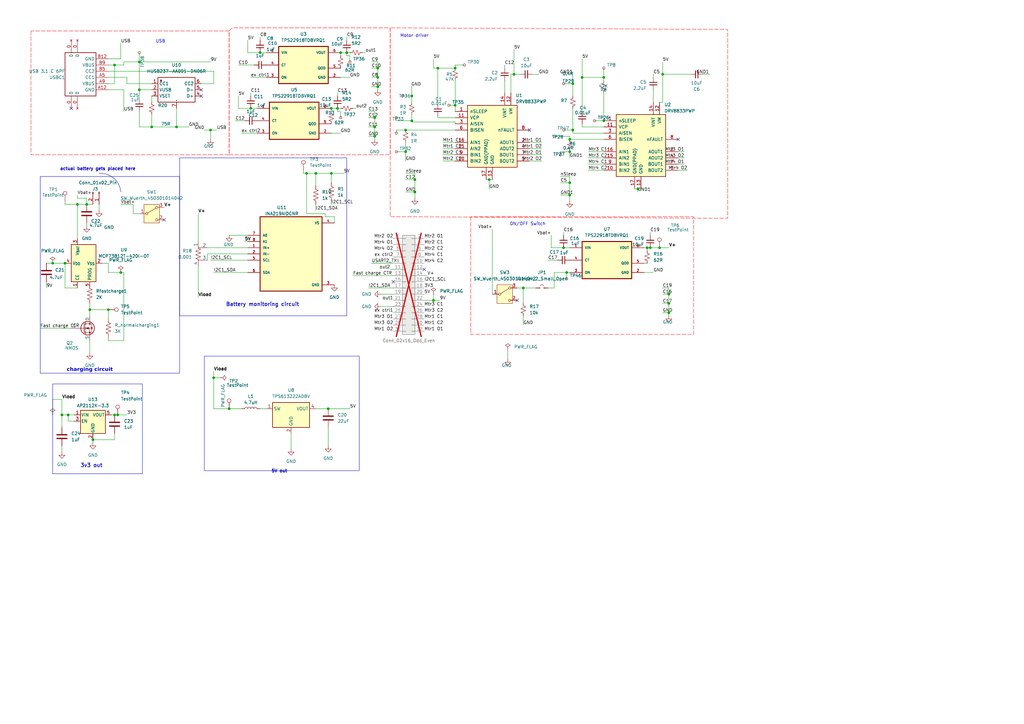
<source format=kicad_sch>
(kicad_sch (version 20250114) (generator "eeschema") (generator_version "9.0")
  (paper "A3")
  (title_block (title "EEE3088F Project Design Power module") (date "2025-03-19") (rev "V0.0") (company "University of Cape Town"))
  (rectangle (start 16.51 72.39) (end 73.66 153.0351))
  (rectangle (start 83.82 146.05) (end 147.32 193.04))
  (arc (start 40.64 71.12) (mid 46.6632 73.0888) (end 49.53 78.74))
  (rectangle (start 21.59 157.48) (end 58.42 194.31))
  (rectangle (start 73.66 64.77) (end 142.24 129.54))
  (text "Motor driver\n\n" (at 164.084 17.526 0) (effects (font (size 1.27 1.27)) (justify left bottom)))
  (text "actual battery gets placed here\n" (at 40.132 69.342 0) (effects (font (size 1.27 1.27) (thickness 0.254) (bold yes))))
  (text "5V out\n" (at 114.554 193.294 0) (effects (font (size 1.27 1.27) (thickness 0.254) (bold yes))))
  (text "ON/OFF Switch\n" (at 216.408 91.948 0) (effects (font (size 1.27 1.27))))
  (text "3v3 out " (at 38.1 191.008 0) (effects (font (size 1.524 1.524) (thickness 0.254) (bold yes))))
  (text "USB\n" (at 65.786 17.018 0) (effects (font (size 1.27 1.27))))
  (text "charging circuit" (at 36.83 152.146 0) (effects (font (size 1.524 1.524) (bold yes))))
  (text "Battery monitoring circuit" (at 107.696 124.968 0) (effects (font (size 1.524 1.524) (thickness 0.254) (bold yes))))
  (junction (at 186.69 43.18))
  (junction (at 86.36 53.34))
  (junction (at 31.75 83.82))
  (junction (at 49.53 111.76))
  (junction (at 233.68 62.23))
  (junction (at 153.67 48.26))
  (junction (at 170.18 78.74))
  (junction (at 134.62 167.64))
  (junction (at 168.91 49.53))
  (junction (at 274.32 120.65))
  (junction (at 153.67 52.07))
  (junction (at 27.94 170.18))
  (junction (at 87.63 154.94))
  (junction (at 177.8 123.19))
  (junction (at 135.89 71.12))
  (junction (at 26.67 107.95))
  (junction (at 200.66 73.66))
  (junction (at 46.99 26.67))
  (junction (at 125.73 71.12))
  (junction (at 265.43 101.6))
  (junction (at 153.67 55.88))
  (junction (at 238.76 31.75))
  (junction (at 214.63 118.11))
  (junction (at 21.59 107.95))
  (junction (at 186.69 27.94))
  (junction (at 129.54 71.12))
  (junction (at 102.87 44.45))
  (junction (at 154.94 35.56))
  (junction (at 261.62 77.47))
  (junction (at 25.4 170.18))
  (junction (at 233.68 57.15))
  (junction (at 106.68 21.59))
  (junction (at 142.24 21.59))
  (junction (at 138.43 44.45))
  (junction (at 247.65 31.75))
  (junction (at 48.26 170.18))
  (junction (at 234.95 34.29))
  (junction (at 135.89 44.45))
  (junction (at 270.51 101.6))
  (junction (at 234.95 53.34))
  (junction (at 139.7 21.59))
  (junction (at 274.32 128.27))
  (junction (at 154.94 27.94))
  (junction (at 166.37 62.23))
  (junction (at 154.94 31.75))
  (junction (at 170.18 73.66))
  (junction (at 274.32 124.46))
  (junction (at 38.1 180.34))
  (junction (at 35.56 83.82))
  (junction (at 44.45 127))
  (junction (at 57.15 36.83))
  (junction (at 57.15 25.4))
  (junction (at 233.68 80.01))
  (junction (at 232.41 111.76))
  (junction (at 231.14 101.6))
  (junction (at 36.83 127))
  (junction (at 166.37 53.34))
  (junction (at 233.68 74.93))
  (junction (at 179.578 27.94))
  (junction (at 168.91 39.37))
  (junction (at 93.98 167.64))
  (junction (at 247.65 49.53))
  (junction (at 62.23 52.07))
  (junction (at 46.99 170.18))
  (junction (at 266.7 101.6))
  (junction (at 271.78 30.48))
  (junction (at 72.39 52.07))
  (junction (at 210.82 30.48))
  (no_connect (at 82.55 39.37))
  (no_connect (at 161.29 115.57))
  (no_connect (at 29.21 44.45))
  (no_connect (at 212.09 123.19))
  (no_connect (at 173.99 110.49))
  (no_connect (at 278.13 57.15))
  (no_connect (at 67.31 90.17))
  (no_connect (at 217.17 53.34))
  (no_connect (at 82.55 36.83))
  (wire (pts (xy 106.68 21.59) (xy 109.22 21.59)))
  (wire (pts (xy 162.56 62.23) (xy 166.37 62.23)))
  (wire (pts (xy 96.52 49.53) (xy 100.33 49.53)))
  (wire (pts (xy 52.07 34.29) (xy 62.23 34.29)))
  (wire (pts (xy 166.37 58.42) (xy 166.37 62.23)))
  (wire (pts (xy 160.02 110.49) (xy 161.29 110.49)))
  (wire (pts (xy 217.17 60.96) (xy 222.25 60.96)))
  (wire (pts (xy 186.69 33.02) (xy 186.69 43.18)))
  (wire (pts (xy 129.54 167.64) (xy 134.62 167.64)))
  (wire (pts (xy 137.16 88.9) (xy 137.16 91.44)))
  (wire (pts (xy 278.13 67.31) (xy 280.67 67.31)))
  (wire (pts (xy 170.18 73.66) (xy 170.18 78.74)))
  (wire (pts (xy 19.05 107.95) (xy 21.59 107.95)))
  (wire (pts (xy 267.97 36.83) (xy 267.97 41.91)))
  (wire (pts (xy 152.4 107.95) (xy 161.29 107.95)))
  (wire (pts (xy 238.76 52.07) (xy 247.65 52.07)))
  (wire (pts (xy 57.15 25.4) (xy 86.36 25.4)))
  (wire (pts (xy 50.8 36.83) (xy 50.8 45.72)))
  (wire (pts (xy 101.6 99.06) (xy 100.33 99.06)))
  (wire (pts (xy 181.61 60.96) (xy 186.69 60.96)))
  (wire (pts (xy 36.83 127) (xy 36.83 129.54)))
  (wire (pts (xy 229.87 74.93) (xy 233.68 74.93)))
  (wire (pts (xy 142.24 15.24) (xy 142.24 16.51)))
  (wire (pts (xy 50.8 111.76) (xy 50.8 139.7)))
  (wire (pts (xy 44.45 111.76) (xy 49.53 111.76)))
  (wire (pts (xy 233.68 74.93) (xy 233.68 80.01)))
  (wire (pts (xy 234.95 30.48) (xy 234.95 34.29)))
  (wire (pts (xy 201.93 93.98) (xy 201.93 120.65)))
  (wire (pts (xy 212.09 118.11) (xy 214.63 118.11)))
  (wire (pts (xy 162.56 54.61) (xy 162.56 53.34)))
  (wire (pts (xy 124.46 71.12) (xy 125.73 71.12)))
  (wire (pts (xy 25.4 170.18) (xy 27.94 170.18)))
  (wire (pts (xy 93.98 167.64) (xy 99.06 167.64)))
  (wire (pts (xy 44.45 111.76) (xy 44.45 107.95)))
  (wire (pts (xy 129.54 76.2) (xy 129.54 71.12)))
  (wire (pts (xy 180.34 123.19) (xy 177.8 123.19)))
  (wire (pts (xy 135.89 54.61) (xy 139.7 54.61)))
  (wire (pts (xy 154.94 27.94) (xy 154.94 25.4)))
  (wire (pts (xy 179.578 27.94) (xy 179.578 42.672)))
  (wire (pts (xy 247.65 33.02) (xy 247.65 31.75)))
  (wire (pts (xy 46.99 177.8) (xy 46.99 180.34)))
  (wire (pts (xy 135.89 82.55) (xy 135.89 83.82)))
  (wire (pts (xy 40.64 83.82) (xy 40.64 86.36)))
  (wire (pts (xy 93.98 96.52) (xy 101.6 96.52)))
  (wire (pts (xy 233.68 62.23) (xy 233.68 64.77)))
  (wire (pts (xy 201.93 73.66) (xy 200.66 73.66)))
  (wire (pts (xy 31.75 81.28) (xy 35.56 81.28)))
  (wire (pts (xy 162.56 49.53) (xy 162.56 48.26)))
  (wire (pts (xy 226.06 101.6) (xy 231.14 101.6)))
  (wire (pts (xy 209.55 30.48) (xy 210.82 30.48)))
  (wire (pts (xy 25.4 163.83) (xy 25.4 170.18)))
  (wire (pts (xy 214.63 129.54) (xy 214.63 133.35)))
  (wire (pts (xy 133.35 88.9) (xy 137.16 88.9)))
  (wire (pts (xy 87.63 29.21) (xy 87.63 34.29)))
  (wire (pts (xy 62.23 36.83) (xy 57.15 36.83)))
  (wire (pts (xy 247.65 54.61) (xy 234.95 54.61)))
  (wire (pts (xy 36.83 118.11) (xy 36.83 116.84)))
  (wire (pts (xy 138.43 44.45) (xy 139.7 44.45)))
  (wire (pts (xy 265.43 101.6) (xy 266.7 101.6)))
  (wire (pts (xy 261.62 77.47) (xy 261.62 78.74)))
  (wire (pts (xy 168.91 39.37) (xy 168.91 41.91)))
  (wire (pts (xy 85.09 104.14) (xy 101.6 104.14)))
  (wire (pts (xy 152.4 25.4) (xy 154.94 25.4)))
  (wire (pts (xy 86.36 53.34) (xy 88.9 53.34)))
  (wire (pts (xy 57.15 21.59) (xy 57.15 25.4)))
  (wire (pts (xy 72.39 52.07) (xy 77.47 52.07)))
  (wire (pts (xy 243.84 49.53) (xy 247.65 49.53)))
  (wire (pts (xy 106.68 15.24) (xy 106.68 16.51)))
  (wire (pts (xy 271.78 120.65) (xy 274.32 120.65)))
  (wire (pts (xy 153.67 52.07) (xy 153.67 48.26)))
  (wire (pts (xy 139.7 22.86) (xy 139.7 21.59)))
  (wire (pts (xy 30.48 172.72) (xy 27.94 172.72)))
  (wire (pts (xy 238.76 24.13) (xy 238.76 31.75)))
  (wire (pts (xy 25.4 182.88) (xy 25.4 185.42)))
  (wire (pts (xy 168.91 46.99) (xy 168.91 49.53)))
  (wire (pts (xy 232.41 111.76) (xy 232.41 114.3)))
  (wire (pts (xy 234.95 54.61) (xy 234.95 53.34)))
  (wire (pts (xy 154.94 31.75) (xy 154.94 35.56)))
  (wire (pts (xy 232.41 111.76) (xy 233.68 111.76)))
  (wire (pts (xy 162.56 53.34) (xy 166.37 53.34)))
  (wire (pts (xy 57.15 52.07) (xy 62.23 52.07)))
  (wire (pts (xy 81.28 109.22) (xy 81.28 121.92)))
  (wire (pts (xy 184.15 43.18) (xy 186.69 43.18)))
  (wire (pts (xy 144.78 113.03) (xy 161.29 113.03)))
  (wire (pts (xy 125.73 71.12) (xy 129.54 71.12)))
  (wire (pts (xy 214.63 118.11) (xy 214.63 124.46)))
  (wire (pts (xy 229.87 72.39) (xy 233.68 72.39)))
  (wire (pts (xy 143.51 25.4) (xy 143.51 22.86)))
  (wire (pts (xy 207.01 38.1) (xy 207.01 33.02)))
  (wire (pts (xy 274.32 120.65) (xy 274.32 118.11)))
  (wire (pts (xy 31.75 80.01) (xy 31.75 81.28)))
  (wire (pts (xy 166.37 62.23) (xy 166.37 66.04)))
  (wire (pts (xy 274.32 129.54) (xy 274.32 128.27)))
  (wire (pts (xy 27.94 170.18) (xy 30.48 170.18)))
  (wire (pts (xy 266.7 95.25) (xy 266.7 96.52)))
  (wire (pts (xy 210.82 30.48) (xy 213.36 30.48)))
  (wire (pts (xy 278.13 64.77) (xy 280.67 64.77)))
  (wire (pts (xy 133.35 88.9) (xy 133.35 87.63)))
  (wire (pts (xy 101.6 21.59) (xy 106.68 21.59)))
  (wire (pts (xy 139.7 48.26) (xy 139.7 45.72)))
  (wire (pts (xy 62.23 52.07) (xy 62.23 46.99)))
  (wire (pts (xy 179.578 48.26) (xy 186.69 48.26)))
  (wire (pts (xy 87.63 111.76) (xy 101.6 111.76)))
  (wire (pts (xy 247.65 38.1) (xy 247.65 49.53)))
  (wire (pts (xy 177.8 24.13) (xy 177.8 27.94)))
  (wire (pts (xy 52.07 31.75) (xy 52.07 34.29)))
  (wire (pts (xy 181.61 66.04) (xy 186.69 66.04)))
  (wire (pts (xy 241.3 62.23) (xy 247.65 62.23)))
  (wire (pts (xy 233.68 74.93) (xy 233.68 72.39)))
  (wire (pts (xy 175.26 113.03) (xy 173.99 113.03)))
  (wire (pts (xy 102.87 38.1) (xy 102.87 39.37)))
  (wire (pts (xy 45.72 170.18) (xy 46.99 170.18)))
  (wire (pts (xy 57.15 40.64) (xy 57.15 36.83)))
  (wire (pts (xy 142.24 21.59) (xy 143.51 21.59)))
  (wire (pts (xy 186.69 26.67) (xy 186.69 27.94)))
  (wire (pts (xy 214.63 118.11) (xy 219.71 118.11)))
  (wire (pts (xy 229.87 62.23) (xy 233.68 62.23)))
  (wire (pts (xy 35.56 81.28) (xy 35.56 83.82)))
  (wire (pts (xy 153.67 57.15) (xy 153.67 55.88)))
  (wire (pts (xy 38.1 180.34) (xy 46.99 180.34)))
  (wire (pts (xy 46.99 26.67) (xy 50.8 26.67)))
  (wire (pts (xy 168.91 50.038) (xy 186.69 50.038)))
  (wire (pts (xy 291.084 30.48) (xy 288.29 30.48)))
  (wire (pts (xy 270.51 101.6) (xy 274.32 101.6)))
  (wire (pts (xy 57.15 25.4) (xy 57.15 36.83)))
  (wire (pts (xy 153.67 48.26) (xy 153.67 45.72)))
  (wire (pts (xy 90.17 154.94) (xy 87.63 154.94)))
  (wire (pts (xy 156.21 125.73) (xy 161.29 125.73)))
  (wire (pts (xy 72.39 52.07) (xy 62.23 52.07)))
  (wire (pts (xy 260.35 77.47) (xy 261.62 77.47)))
  (wire (pts (xy 151.13 55.88) (xy 153.67 55.88)))
  (wire (pts (xy 217.17 63.5) (xy 222.25 63.5)))
  (wire (pts (xy 49.53 111.76) (xy 50.8 111.76)))
  (wire (pts (xy 247.65 27.94) (xy 247.65 31.75)))
  (wire (pts (xy 133.35 87.63) (xy 125.73 87.63)))
  (wire (pts (xy 49.53 17.78) (xy 49.53 24.13)))
  (wire (pts (xy 264.16 101.6) (xy 265.43 101.6)))
  (wire (pts (xy 54.61 87.63) (xy 57.15 87.63)))
  (wire (pts (xy 31.75 83.82) (xy 35.56 83.82)))
  (wire (pts (xy 168.91 35.56) (xy 168.656 35.56)))
  (wire (pts (xy 50.8 139.7) (xy 44.45 139.7)))
  (wire (pts (xy 139.7 21.59) (xy 142.24 21.59)))
  (wire (pts (xy 16.51 134.62) (xy 29.21 134.62)))
  (wire (pts (xy 138.43 38.1) (xy 138.43 39.37)))
  (wire (pts (xy 210.82 20.32) (xy 210.82 30.48)))
  (wire (pts (xy 26.67 107.95) (xy 26.67 118.11)))
  (wire (pts (xy 85.09 101.6) (xy 101.6 101.6)))
  (wire (pts (xy 97.79 39.37) (xy 97.79 44.45)))
  (wire (pts (xy 99.06 54.61) (xy 105.41 54.61)))
  (wire (pts (xy 234.95 34.29) (xy 234.95 39.37)))
  (wire (pts (xy 46.99 34.29) (xy 46.99 26.67)))
  (wire (pts (xy 154.94 36.83) (xy 154.94 35.56)))
  (wire (pts (xy 26.67 82.55) (xy 26.67 83.82)))
  (wire (pts (xy 151.13 118.11) (xy 161.29 118.11)))
  (wire (pts (xy 271.78 128.27) (xy 274.32 128.27)))
  (wire (pts (xy 25.4 170.18) (xy 25.4 175.26)))
  (wire (pts (xy 44.45 31.75) (xy 52.07 31.75)))
  (wire (pts (xy 142.24 22.86) (xy 142.24 21.59)))
  (wire (pts (xy 168.91 49.53) (xy 162.56 49.53)))
  (wire (pts (xy 35.56 83.82) (xy 38.1 83.82)))
  (wire (pts (xy 165.1 39.37) (xy 168.91 39.37)))
  (wire (pts (xy 50.8 26.67) (xy 50.8 25.4)))
  (wire (pts (xy 21.59 163.83) (xy 21.59 170.18)))
  (wire (pts (xy 38.1 180.34) (xy 38.1 181.61)))
  (wire (pts (xy 209.55 30.48) (xy 209.55 38.1)))
  (wire (pts (xy 101.6 16.51) (xy 101.6 21.59)))
  (wire (pts (xy 134.62 167.64) (xy 143.51 167.64)))
  (wire (pts (xy 274.32 124.46) (xy 274.32 120.65)))
  (wire (pts (xy 166.37 78.74) (xy 170.18 78.74)))
  (wire (pts (xy 156.21 120.65) (xy 161.29 120.65)))
  (wire (pts (xy 135.89 74.93) (xy 135.89 71.12)))
  (wire (pts (xy 231.14 101.6) (xy 233.68 101.6)))
  (wire (pts (xy 31.75 97.79) (xy 31.75 83.82)))
  (wire (pts (xy 271.78 30.48) (xy 271.78 41.91)))
  (wire (pts (xy 186.69 50.038) (xy 186.69 50.8)))
  (wire (pts (xy 138.43 45.72) (xy 138.43 44.45)))
  (wire (pts (xy 46.99 170.18) (xy 48.26 170.18)))
  (wire (pts (xy 227.33 55.88) (xy 233.68 55.88)))
  (wire (pts (xy 19.05 115.57) (xy 19.05 118.11)))
  (wire (pts (xy 44.45 107.95) (xy 41.91 107.95)))
  (wire (pts (xy 54.61 83.82) (xy 49.53 83.82)))
  (wire (pts (xy 135.89 44.45) (xy 138.43 44.45)))
  (wire (pts (xy 102.87 44.45) (xy 105.41 44.45)))
  (wire (pts (xy 186.69 43.18) (xy 186.69 45.72)))
  (wire (pts (xy 271.78 41.91) (xy 270.51 41.91)))
  (wire (pts (xy 35.56 91.44) (xy 35.56 92.71)))
  (wire (pts (xy 152.4 27.94) (xy 154.94 27.94)))
  (wire (pts (xy 233.68 57.15) (xy 247.65 57.15)))
  (wire (pts (xy 119.38 177.8) (xy 119.38 184.15)))
  (wire (pts (xy 231.14 95.25) (xy 231.14 96.52)))
  (wire (pts (xy 44.45 29.21) (xy 87.63 29.21)))
  (wire (pts (xy 106.68 167.64) (xy 109.22 167.64)))
  (wire (pts (xy 144.78 44.45) (xy 146.05 44.45)))
  (wire (pts (xy 124.46 69.85) (xy 124.46 71.12)))
  (wire (pts (xy 72.39 44.45) (xy 72.39 52.07)))
  (wire (pts (xy 226.06 96.52) (xy 226.06 101.6)))
  (wire (pts (xy 82.55 34.29) (xy 87.63 34.29)))
  (wire (pts (xy 217.17 58.42) (xy 222.25 58.42)))
  (wire (pts (xy 83.82 53.34) (xy 86.36 53.34)))
  (wire (pts (xy 241.3 69.85) (xy 247.65 69.85)))
  (wire (pts (xy 139.7 45.72) (xy 138.43 45.72)))
  (wire (pts (xy 190.5 26.67) (xy 186.69 26.67)))
  (wire (pts (xy 170.18 81.28) (xy 170.18 78.74)))
  (wire (pts (xy 227.33 111.76) (xy 232.41 111.76)))
  (wire (pts (xy 143.51 22.86) (xy 142.24 22.86)))
  (wire (pts (xy 264.16 111.76) (xy 267.97 111.76)))
  (wire (pts (xy 208.28 147.32) (xy 208.28 143.51)))
  (wire (pts (xy 234.95 34.29) (xy 231.14 34.29)))
  (wire (pts (xy 102.87 31.75) (xy 109.22 31.75)))
  (wire (pts (xy 200.66 77.47) (xy 200.66 73.66)))
  (wire (pts (xy 271.78 124.46) (xy 274.32 124.46)))
  (wire (pts (xy 177.8 27.94) (xy 179.578 27.94)))
  (wire (pts (xy 27.94 170.18) (xy 27.94 172.72)))
  (wire (pts (xy 229.87 80.01) (xy 233.68 80.01)))
  (wire (pts (xy 44.45 34.29) (xy 46.99 34.29)))
  (wire (pts (xy 151.13 52.07) (xy 153.67 52.07)))
  (wire (pts (xy 62.23 39.37) (xy 62.23 41.91)))
  (wire (pts (xy 274.32 124.46) (xy 274.32 128.27)))
  (wire (pts (xy 241.3 64.77) (xy 247.65 64.77)))
  (wire (pts (xy 224.79 106.68) (xy 228.6 106.68)))
  (wire (pts (xy 266.7 101.6) (xy 270.51 101.6)))
  (wire (pts (xy 264.16 107.95) (xy 265.43 107.95)))
  (wire (pts (xy 25.4 163.83) (xy 21.59 163.83)))
  (wire (pts (xy 57.15 25.4) (xy 50.8 25.4)))
  (wire (pts (xy 238.76 31.75) (xy 247.65 31.75)))
  (wire (pts (xy 278.13 69.85) (xy 281.94 69.85)))
  (wire (pts (xy 238.76 31.75) (xy 238.76 45.72)))
  (wire (pts (xy 85.09 106.68) (xy 85.09 104.14)))
  (wire (pts (xy 135.89 71.12) (xy 140.97 71.12)))
  (wire (pts (xy 54.61 87.63) (xy 54.61 83.82)))
  (wire (pts (xy 154.94 31.75) (xy 154.94 27.94)))
  (wire (pts (xy 87.63 154.94) (xy 87.63 167.64)))
  (wire (pts (xy 181.61 58.42) (xy 186.69 58.42)))
  (wire (pts (xy 134.62 175.26) (xy 134.62 182.88)))
  (wire (pts (xy 238.76 52.07) (xy 238.76 50.8)))
  (wire (pts (xy 227.33 111.76) (xy 227.33 118.11)))
  (wire (pts (xy 148.59 21.59) (xy 149.86 21.59)))
  (wire (pts (xy 199.39 73.66) (xy 200.66 73.66)))
  (wire (pts (xy 241.3 67.31) (xy 247.65 67.31)))
  (wire (pts (xy 177.8 123.19) (xy 173.99 123.19)))
  (wire (pts (xy 170.18 73.66) (xy 170.18 71.12)))
  (wire (pts (xy 21.59 107.95) (xy 26.67 107.95)))
  (wire (pts (xy 36.83 139.7) (xy 36.83 144.78)))
  (wire (pts (xy 166.37 73.66) (xy 170.18 73.66)))
  (wire (pts (xy 93.98 167.64) (xy 87.63 167.64)))
  (wire (pts (xy 36.83 127) (xy 44.45 127)))
  (wire (pts (xy 234.95 44.45) (xy 234.95 53.34)))
  (wire (pts (xy 86.36 106.68) (xy 101.6 106.68)))
  (wire (pts (xy 271.78 30.48) (xy 283.21 30.48)))
  (wire (pts (xy 57.15 45.72) (xy 57.15 52.07)))
  (wire (pts (xy 44.45 139.7) (xy 44.45 138.43)))
  (wire (pts (xy 44.45 127) (xy 44.45 130.81)))
  (wire (pts (xy 177.8 120.65) (xy 177.8 123.19)))
  (wire (pts (xy 81.28 87.63) (xy 81.28 99.06)))
  (wire (pts (xy 234.95 53.34) (xy 231.14 53.34)))
  (wire (pts (xy 86.36 53.34) (xy 86.36 57.15)))
  (wire (pts (xy 267.97 30.48) (xy 267.97 31.75)))
  (wire (pts (xy 152.4 35.56) (xy 154.94 35.56)))
  (wire (pts (xy 49.53 24.13) (xy 44.45 24.13)))
  (wire (pts (xy 135.89 45.72) (xy 135.89 44.45)))
  (wire (pts (xy 271.78 118.11) (xy 274.32 118.11)))
  (wire (pts (xy 26.67 118.11) (xy 31.75 118.11)))
  (wire (pts (xy 87.63 152.4) (xy 87.63 154.94)))
  (wire (pts (xy 278.13 62.23) (xy 280.67 62.23)))
  (wire (pts (xy 271.78 25.4) (xy 271.78 30.48)))
  (wire (pts (xy 261.62 77.47) (xy 262.89 77.47)))
  (wire (pts (xy 97.79 26.67) (xy 104.14 26.67)))
  (wire (pts (xy 125.73 71.12) (xy 125.73 87.63)))
  (wire (pts (xy 224.79 118.11) (xy 227.33 118.11)))
  (wire (pts (xy 220.98 30.48) (xy 218.44 30.48)))
  (wire (pts (xy 181.61 63.5) (xy 186.69 63.5)))
  (wire (pts (xy 97.79 44.45) (xy 102.87 44.45)))
  (wire (pts (xy 179.578 48.26) (xy 179.578 47.752)))
  (wire (pts (xy 26.67 83.82) (xy 31.75 83.82)))
  (wire (pts (xy 233.68 55.88) (xy 233.68 57.15)))
  (wire (pts (xy 36.83 124.46) (xy 36.83 127)))
  (wire (pts (xy 207.01 26.67) (xy 207.01 27.94)))
  (wire (pts (xy 152.4 31.75) (xy 154.94 31.75)))
  (wire (pts (xy 217.17 66.04) (xy 222.25 66.04)))
  (wire (pts (xy 151.13 45.72) (xy 153.67 45.72)))
  (wire (pts (xy 139.7 31.75) (xy 143.51 31.75)))
  (wire (pts (xy 38.1 177.8) (xy 38.1 180.34)))
  (wire (pts (xy 129.54 71.12) (xy 135.89 71.12)))
  (wire (pts (xy 151.13 48.26) (xy 153.67 48.26)))
  (wire (pts (xy 229.87 63.5) (xy 229.87 62.23)))
  (wire (pts (xy 48.26 170.18) (xy 52.07 170.18)))
  (wire (pts (xy 50.8 36.83) (xy 44.45 36.83)))
  (wire (pts (xy 153.67 52.07) (xy 153.67 55.88)))
  (wire (pts (xy 166.37 53.34) (xy 186.69 53.34)))
  (wire (pts (xy 265.43 102.87) (xy 265.43 101.6)))
  (wire (pts (xy 233.68 82.55) (xy 233.68 80.01)))
  (wire (pts (xy 179.578 27.94) (xy 186.69 27.94)))
  (wire (pts (xy 166.37 71.12) (xy 170.18 71.12)))
  (wire (pts (xy 168.91 35.56) (xy 168.91 39.37)))
  (wire (pts (xy 168.91 49.53) (xy 168.91 50.038)))
  (wire (pts (xy 129.54 83.82) (xy 129.54 86.36)))
  (wire (pts (xy 44.45 26.67) (xy 46.99 26.67)))
  (label "GND" (at 166.37 78.74 0))
  (label "Fast charge CTR" (at 16.51 134.62 0))
  (label "C5" (at 229.87 74.93 0))
  (label "C8" (at 106.68 15.24 0))
  (label "Mtr4 C2" (at 241.3 69.85 0))
  (label "Mtr2 O2" (at 222.25 66.04 180))
  (label "USART2_TX" (at 152.4 107.95 0))
  (label "Mtr1 C1" (at 181.61 58.42 0))
  (label "V+" (at 67.31 85.09 0) (effects (font (thickness 0.254) (bold yes))))
  (label "Mtr4 O2" (at 161.29 102.87 180))
  (label "ex ctrl2" (at 161.29 105.41 180))
  (label "Mtr2 O2" (at 161.29 97.79 180))
  (label "5V" (at 210.82 20.32 0))
  (label "C11" (at 102.87 38.1 0))
  (label "Mtr1 O2" (at 222.25 60.96 180))
  (label "GND" (at 168.656 35.56 0))
  (label "GND" (at 271.78 128.27 0))
  (label "out2" (at 160.02 110.49 180))
  (label "C19" (at 271.78 118.11 0))
  (label "5V" (at 101.6 16.51 0))
  (label "C9" (at 152.4 25.4 0))
  (label "Mtr4 C1" (at 173.99 105.41 0))
  (label "GND" (at 152.4 35.56 0))
  (label "3V3" (at 52.07 170.18 0))
  (label "5V" (at 143.51 167.64 0))
  (label "USB" (at 49.53 17.78 0))
  (label "Vbat+" (at 201.93 93.98 180))
  (label "Mtr1 O2" (at 161.29 135.89 180))
  (label "C10" (at 152.4 27.94 0))
  (label "Mtr4 C2" (at 173.99 107.95 0))
  (label "GND1" (at 234.95 30.48 180))
  (label "C17" (at 271.78 124.46 0))
  (label "C13" (at 138.43 38.1 0))
  (label "GND" (at 83.82 53.34 180))
  (label "V+" (at 274.32 101.6 0) (effects (font (thickness 0.254) (bold yes))))
  (label "GND" (at 220.98 30.48 0))
  (label "C8" (at 152.4 31.75 0))
  (label "Mtr2 C2" (at 173.99 102.87 0))
  (label "Mtr4 O1" (at 161.29 100.33 180))
  (label "Mtr1 C2" (at 173.99 133.35 0))
  (label "GND" (at 267.97 111.76 0))
  (label "Mtr2 C1" (at 173.99 100.33 0))
  (label "Vload" (at 81.28 121.92 0) (effects (font (thickness 0.254) (bold yes))))
  (label "Vbat+" (at 226.06 96.52 180))
  (label "V+" (at 175.26 113.03 0) (effects (font (thickness 0.1588))))
  (label "C16" (at 271.78 120.65 0))
  (label "9V" (at 180.34 123.19 0))
  (label "Mtr1 O1" (at 222.25 58.42 180))
  (label "C12" (at 96.52 49.53 0))
  (label "I2C1_SDA" (at 87.63 111.76 0))
  (label "Mtr3 C2" (at 173.99 128.27 0))
  (label "GND" (at 143.51 31.75 0))
  (label "Mtr2 C2" (at 181.61 66.04 0))
  (label "ex ctrl1" (at 102.87 31.75 0))
  (label "nSleep" (at 229.87 72.39 0))
  (label "out1" (at 161.29 123.19 180))
  (label "C19" (at 266.7 95.25 0))
  (label "5V" (at 140.97 71.12 0) (effects (font (thickness 0.1588))))
  (label "GND" (at 166.37 66.04 0))
  (label "ex ctrl2" (at 99.06 54.61 0))
  (label "Mtr1 C2" (at 181.61 60.96 0))
  (label "C10" (at 97.79 26.67 0))
  (label "GND" (at 214.63 133.35 0))
  (label "out1" (at 149.86 21.59 0))
  (label "Fast charge CTR" (at 144.78 113.03 0))
  (label "Mtr4 O2" (at 281.94 69.85 180))
  (label "5V" (at 238.76 24.13 0))
  (label "GND" (at 151.13 55.88 0))
  (label "Mtr3 C1" (at 241.3 62.23 0))
  (label "C12" (at 207.01 26.67 0))
  (label "Mtr4 C1" (at 241.3 67.31 0))
  (label "Mtr2 O1" (at 173.99 97.79 0))
  (label "Mtr4 O1" (at 280.67 67.31 180))
  (label "C11" (at 151.13 52.07 0))
  (label "GND" (at 77.47 52.07 0))
  (label "GND1" (at 233.68 64.77 0))
  (label "I2C1_SDA" (at 129.54 86.36 0))
  (label "Mtr1 O1" (at 173.99 135.89 0))
  (label "9V" (at 19.05 118.11 0))
  (label "I2C1_SCL" (at 86.36 106.68 0))
  (label "5V" (at 173.99 120.65 0))
  (label "Mtr2 O1" (at 222.25 63.5 180))
  (label "C13" (at 151.13 45.72 0))
  (label "I2C1_SCL" (at 173.99 115.57 0))
  (label "5V" (at 271.78 25.4 0))
  (label "C17" (at 224.79 106.68 0))
  (label "USB" (at 50.8 45.72 0))
  (label "ex ctrl1" (at 161.29 128.27 180))
  (label "V+" (at 81.28 87.63 0) (effects (font (thickness 0.254) (bold yes))))
  (label "Mtr3 C1" (at 173.99 125.73 0))
  (label "C9" (at 142.24 15.24 0))
  (label "C12" (at 166.37 73.66 0))
  (label "Mtr3 O1" (at 161.29 130.81 180))
  (label "GND1" (at 229.87 80.01 0))
  (label "5V" (at 97.79 39.37 0))
  (label "Mtr3 O1" (at 280.67 62.23 180))
  (label "Mtr1 C1" (at 173.99 130.81 0))
  (label "out2" (at 146.05 44.45 0))
  (label "GND1" (at 290.83 30.48 180))
  (label "C16" (at 231.14 95.25 0))
  (label "Mtr2 C1" (at 181.61 63.5 0))
  (label "5V" (at 100.33 99.06 0) (effects (font (thickness 0.254) (bold yes))))
  (label "I2C1_SCL" (at 135.89 83.82 0))
  (label "Vload" (at 25.4 163.83 0) (effects (font (thickness 0.254) (bold yes))))
  (label "USB" (at 88.9 53.34 0))
  (label "5V" (at 177.8 24.13 0))
  (label "Vload" (at 87.63 152.4 0) (effects (font (thickness 0.254) (bold yes))))
  (label "Vbat+" (at 49.53 83.82 0))
  (label "Mtr3 O2" (at 161.29 133.35 180))
  (label "C12" (at 151.13 48.26 0))
  (label "GND" (at 200.66 77.47 0))
  (label "GND1" (at 261.62 78.74 0))
  (label "C5" (at 267.97 30.48 0))
  (label "9V" (at 86.36 25.4 0))
  (label "Mtr3 C2" (at 241.3 64.77 0))
  (label "GND" (at 139.7 54.61 0))
  (label "I2C1_SDA" (at 151.13 118.11 0))
  (label "Vbat+" (at 31.75 80.01 0))
  (label "nSleep" (at 166.37 71.12 0))
  (label "Mtr3 O2" (at 280.67 64.77 180))
  (label "3V3" (at 173.99 118.11 0))
  (rule_area (polyline (pts (xy 12.7 12.7) (xy 12.7 63.5) (xy 93.98 63.5) (xy 93.98 12.7)) (stroke (width 0) (type dash))))
  (rule_area (polyline (pts (xy 93.98 63.5) (xy 160.02 63.5) (xy 160.02 11.43) (xy 95.25 11.43) (xy 93.98 12.7)) (stroke (width 0) (type dash))))
  (rule_area (polyline (pts (xy 193.04 88.9) (xy 193.04 137.16) (xy 284.48 137.16) (xy 284.48 88.9)) (stroke (width 0) (type dash))))
  (rule_area (polyline (pts (xy 160.02 11.43) (xy 160.02 88.9) (xy 163.83 88.9) (xy 298.45 89.535) (xy 298.45 12.065)) (stroke (width 0) (type dash))))
  (symbol (lib_id "Connector:TestPoint_Small") (at 57.15 21.59 270) (unit 1)
    (property "Reference" "TP38" (at 58.4201 22.86 0) (effects (justify left)))
    (property "Value" "TestPoint_Small" (effects (hide yes)))
    (property "Footprint" "TestPoint:TestPoint_Pad_1.0x1.0mm" (effects (hide yes)))
    (property "Description" "test point" (effects (hide yes)))
  )
  (symbol (lib_id "Battery_Management:MCP73812T-420I-OT") (at 34.29 107.95 90) (unit 1)
    (property "Reference" "U9" (at 50.8 102.5046 90))
    (property "Value" "MCP73812T-420I-OT" (at 50.8 105.0446 90))
    (property "Footprint" "Package_TO_SOT_SMD:SOT-23-5" (effects (hide yes)))
    (property "Datasheet" "http://ww1.microchip.com/downloads/en/DeviceDoc/22036b.pdf" (effects (hide yes)))
    (property "Description" "Simple, Miniature Single-Cell, Fully Integrated Li-Ion / Li-Polymer Charge Management Controllers, 50mA-500mA, 4.2V, SOT23-5" (effects (hide yes)))
    (property "LCSC" "C144308" (effects (hide yes)))
  )
  (symbol (lib_id "Device:R_Small_US") (at 234.95 41.91 0) (mirror y) (unit 1)
    (property "Reference" "R7" (at 232.664 41.275 0) (effects (justify left)))
    (property "Value" "0.4R" (at 235.204 30.226 0) (effects (justify left)))
    (property "Footprint" "Resistor_SMD:R_0603_1608Metric" (effects (hide yes)))
    (property "LCSC" "C171375" (effects (hide yes)))
  )
  (symbol (lib_id "power:PWR_FLAG") (at 90.17 154.94 270) (unit 1)
    (property "Reference" "#FLG06" (effects (hide yes)))
    (property "Value" "PWR_FLAG" (at 91.44 162.306 0))
    (property "Description" "Special symbol for telling ERC where power comes from" (effects (hide yes)))
  )
  (symbol (lib_id "Device:C_Small") (at 179.578 45.212 0) (unit 1)
    (property "Reference" "C1" (at 178.562 40.64 0) (effects (justify left)))
    (property "Value" "0.01uF" (at 176.784 42.418 0) (effects (justify left)))
    (property "Footprint" "Capacitor_SMD:C_0805_2012Metric_Pad1.18x1.45mm_HandSolder" (effects (hide yes)))
    (property "LCSC" "C1846" (effects (hide yes)))
  )
  (symbol (lib_id "Switch:SW_Wuerth_450301014042") (at 207.01 120.65 0) (unit 1)
    (property "Reference" "SW3" (at 207.01 111.76 0))
    (property "Value" "SW_Wuerth_450301014042" (at 207.01 114.3 0))
    (property "Footprint" "Button_Switch_THT:SW_Slide-03_Wuerth-WS-SLTV_10x2.5x6.4_P2.54mm" (effects (hide yes)))
    (property "Datasheet" "https://jlcpcb.com/api/file/downloadByFileSystemAccessId/8588921106229444608" (effects (hide yes)))
    (property "Description" "Switch slide, single pole double throw" (effects (hide yes)))
    (property "LCSC" "C2887259" (effects (hide yes)))
  )
  (symbol (lib_id "Device:L") (at 102.87 167.64 90) (unit 1)
    (property "Reference" "L1" (at 102.87 162.56 90))
    (property "Value" "4.7uH" (at 102.87 165.1 90))
    (property "Footprint" "Inductor_SMD:L_6.3x6.3_H3" (effects (hide yes)))
    (property "Datasheet" "kicad-embed://C1034.pdf" (effects (hide yes)))
    (property "Description" "Inductor" (effects (hide yes)))
    (property "LCSC" "C1034" (effects (hide yes)))
  )
  (symbol (lib_id "Device:R_Small_US") (at 186.69 30.48 0) (mirror y) (unit 1)
    (property "Reference" "R5" (at 185.674 30.48 0) (effects (justify left)))
    (property "Value" "47K" (at 186.436 32.512 0) (effects (justify left)))
    (property "Footprint" "Resistor_SMD:R_0603_1608Metric" (effects (hide yes)))
    (property "LCSC" "C17713" (effects (hide yes)))
  )
  (symbol (lib_id "Device:C_Small") (at 266.7 99.06 0) (mirror x) (unit 1)
    (property "Reference" "C19" (at 264.16 97.7835 0) (effects (justify right)))
    (property "Value" "10uF" (at 264.16 100.3235 0) (effects (justify right)))
    (property "Footprint" "Capacitor_SMD:C_1206_3216Metric" (effects (hide yes)))
    (property "Description" "Unpolarized capacitor, small symbol" (effects (hide yes)))
    (property "LCSC" "C13585" (effects (hide yes)))
  )
  (symbol (lib_id "Device:R_US") (at 135.89 78.74 0) (unit 1)
    (property "Reference" "R1" (at 138.43 77.4699 0) (effects (justify left)))
    (property "Value" "1k" (at 138.43 80.0099 0) (effects (justify left)))
    (property "Footprint" "Resistor_THT:R_Axial_DIN0207_L6.3mm_D2.5mm_P2.54mm_Vertical" (effects (hide yes)))
    (property "Datasheet" "kicad-embed://C270306.pdf" (effects (hide yes)))
    (property "Description" "Resistor, US symbol" (effects (hide yes)))
    (property "LCSC" "C4410" (effects (hide yes)))
  )
  (symbol (lib_id "Device:R_Small_US") (at 214.63 127 180) (unit 1)
    (property "Reference" "R17" (at 217.17 125.7299 0) (effects (justify right)))
    (property "Value" "10k" (at 217.17 128.2699 0) (effects (justify right)))
    (property "Footprint" "Resistor_SMD:R_0603_1608Metric" (effects (hide yes)))
    (property "Description" "Resistor, small US symbol" (effects (hide yes)))
    (property "LCSC" "C17414" (effects (hide yes)))
  )
  (symbol (lib_id "power:PWR_FLAG") (at 177.8 120.65 0) (unit 1)
    (property "Reference" "#FLG01" (effects (hide yes)))
    (property "Value" "PWR_FLAG" (at 185.166 119.38 0))
    (property "Description" "Special symbol for telling ERC where power comes from" (effects (hide yes)))
  )
  (symbol (lib_id "Connector:TestPoint_Small") (at 227.33 55.88 0) (unit 1)
    (property "Reference" "TP28" (at 226.314 56.134 0) (effects (justify left)))
    (property "Value" "TestPoint_Small" (effects (hide yes)))
    (property "Footprint" "TestPoint:TestPoint_Pad_1.0x1.0mm" (effects (hide yes)))
    (property "Description" "test point" (effects (hide yes)))
  )
  (symbol (lib_id "Connector:TestPoint_Small") (at 162.56 62.23 0) (unit 1)
    (property "Reference" "TP32" (at 163.83 60.9599 0) (effects (justify left)))
    (property "Value" "TestPoint_Small" (effects (hide yes)))
    (property "Footprint" "TestPoint:TestPoint_Pad_1.0x1.0mm" (effects (hide yes)))
    (property "Description" "test point" (effects (hide yes)))
  )
  (symbol (lib_id "Regulator_Switching:TPS613222ADBV") (at 119.38 170.18 0) (unit 1)
    (property "Reference" "U8" (at 119.38 160.02 0))
    (property "Value" "TPS613222ADBV" (at 119.38 162.56 0))
    (property "Footprint" "Package_TO_SOT_SMD:SOT-23-3" (effects (hide yes)))
    (property "Datasheet" "http://www.ti.com/lit/ds/symlink/tps61322.pdf" (effects (hide yes)))
    (property "Description" "1.8A Step-Up Converter, 5V Output Voltage, 0.9-5.5V Input Voltage, SOT-23-5" (effects (hide yes)))
    (property "LCSC" "C207079" (effects (hide yes)))
  )
  (symbol (lib_id "Connector:TestPoint_Small") (at 243.84 49.53 0) (unit 1)
    (property "Reference" "TP26" (at 245.11 48.2599 0) (effects (justify left)))
    (property "Value" "TestPoint_Small" (effects (hide yes)))
    (property "Footprint" "TestPoint:TestPoint_Pad_1.0x1.0mm" (effects (hide yes)))
    (property "Description" "test point" (effects (hide yes)))
  )
  (symbol (lib_id "Device:R_Shunt_US") (at 81.28 104.14 0) (unit 1)
    (property "Reference" "R18" (at 78.74 102.8699 0) (effects (justify right)))
    (property "Value" "0.001" (at 78.74 105.4099 0) (effects (justify right)))
    (property "Footprint" "Resistor_SMD:R_0603_1608Metric" (effects (hide yes)))
    (property "Datasheet" "kicad-embed://C500734.pdf" (effects (hide yes)))
    (property "Description" "Shunt resistor, US symbol" (effects (hide yes)))
  )
  (symbol (lib_id "Device:R_Small_US") (at 265.43 105.41 180) (unit 1)
    (property "Reference" "R16" (at 267.97 104.1399 0) (effects (justify right)))
    (property "Value" "62R" (at 267.97 106.6799 0) (effects (justify right)))
    (property "Footprint" "Resistor_SMD:R_0603_1608Metric" (effects (hide yes)))
    (property "Description" "Resistor, small US symbol" (effects (hide yes)))
    (property "LCSC" "C4962" (effects (hide yes)))
  )
  (symbol (lib_id "Driver_Motor:DRV8833PWP") (at 201.93 55.88 0) (unit 1)
    (property "Reference" "U1" (at 211.5059 39.116 0) (effects (justify left)))
    (property "Value" "DRV8833PWP" (at 211.5059 41.656 0) (effects (justify left)))
    (property "Footprint" "Package_SO:HTSSOP-16-1EP_4.4x5mm_P0.65mm_EP3.4x5mm_Mask2.46x2.31mm_ThermalVias" (effects (hide yes)))
    (property "Datasheet" "https://www.ti.com/cn/lit/ds/symlink/drv8833.pdf?ts=1742970724335&ref_url=https%253A%252F%252Flist.szlcsc.com%252F" (effects (hide yes)))
    (property "LCSC" "C1556089" (effects (hide yes)))
  )
  (symbol (lib_id "power:GND") (at 137.16 116.84 0) (unit 1)
    (property "Reference" "#PWR03" (effects (hide yes)))
    (property "Value" "GND" (at 137.16 121.92 0))
    (property "Description" "Power symbol creates a global label with name \"GND\" , ground" (effects (hide yes)))
  )
  (symbol (lib_id "Device:C_Small") (at 231.14 106.68 270) (unit 1)
    (property "Reference" "C17" (at 227.33 103.378 90))
    (property "Value" "1uF" (at 231.394 103.632 90))
    (property "Footprint" "Capacitor_SMD:C_0805_2012Metric_Pad1.18x1.45mm_HandSolder" (effects (hide yes)))
    (property "Description" "Unpolarized capacitor, small symbol" (effects (hide yes)))
    (property "LCSC" "C1848" (effects (hide yes)))
  )
  (symbol (lib_id "Device:C") (at 19.05 111.76 0) (unit 1)
    (property "Reference" "C21" (at 22.606 110.744 0) (effects (justify left)))
    (property "Value" "4.7uF" (at 20.32 113.792 0) (effects (justify left)))
    (property "Footprint" "Capacitor_SMD:C_0805_2012Metric_Pad1.18x1.45mm_HandSolder" (effects (hide yes)))
    (property "Datasheet" "kicad-embed://C1705.pdf" (effects (hide yes)))
    (property "Description" "Unpolarized capacitor" (effects (hide yes)))
    (property "LCSC" "C29823" (effects (hide yes)))
  )
  (symbol (lib_id "Device:R_Small_US") (at 168.91 44.45 0) (mirror y) (unit 1)
    (property "Reference" "R3" (at 166.624 43.815 0) (effects (justify left)))
    (property "Value" "1R" (at 166.624 46.355 0) (effects (justify left)))
    (property "Footprint" "Resistor_SMD:R_0603_1608Metric" (effects (hide yes)))
    (property "LCSC" "C17928" (effects (hide yes)))
  )
  (symbol (lib_id "Device:R_Small_US") (at 62.23 44.45 0) (unit 1)
    (property "Reference" "R20" (at 64.77 43.1799 0) (effects (justify left)))
    (property "Value" "75R" (at 66.04 50.7999 0) (effects (justify left)))
    (property "Footprint" "Resistor_SMD:R_0603_1608Metric" (effects (hide yes)))
    (property "Description" "Resistor, small US symbol" (effects (hide yes)))
    (property "LCSC" "C4275" (effects (hide yes)))
  )
  (symbol (lib_name "GND_2") (lib_id "power:GND") (at 25.4 185.42 0) (unit 1)
    (property "Reference" "#PWR06" (effects (hide yes)))
    (property "Value" "GND" (at 25.4 190.5 0))
    (property "Description" "Power symbol creates a global label with name \"GND\" , ground" (effects (hide yes)))
  )
  (symbol (lib_id "Connector:Conn_01x02_Pin") (at 40.64 78.74 270) (unit 1)
    (property "Reference" "J3" (at 37.846 77.47 90) (effects (justify left)))
    (property "Value" "Conn_01x02_Pin" (at 32.258 74.93 90) (effects (justify left)))
    (property "Footprint" "Connector_JST:JST_PH_S2B-PH-K_1x02_P2.00mm_Horizontal" (effects (hide yes)))
    (property "Datasheet" "https://jlcpcb.com/api/file/downloadByFileSystemAccessId/8588894686606209024" (effects (hide yes)))
    (property "Description" "Generic connector, single row, 01x02, script generated" (effects (hide yes)))
    (property "LCSC" "C173752" (effects (hide yes)))
  )
  (symbol (lib_id "Connector:TestPoint") (at 44.45 127 270) (unit 1)
    (property "Reference" "TP5" (at 49.53 125.7299 90) (effects (justify left)))
    (property "Value" "TestPoint" (at 49.53 128.2699 90) (effects (justify left)))
    (property "Footprint" "TestPoint:TestPoint_Pad_1.0x1.0mm" (effects (hide yes)))
    (property "Description" "test point" (effects (hide yes)))
  )
  (symbol (lib_id "power:GND") (at 233.68 82.55 0) (unit 1)
    (property "Reference" "#PWR025" (effects (hide yes)))
    (property "Value" "GND" (at 233.68 87.884 0))
  )
  (symbol (lib_id "power:GND") (at 38.1 181.61 0) (unit 1)
    (property "Reference" "#PWR09" (effects (hide yes)))
    (property "Value" "GND" (at 38.1 186.69 0))
    (property "Description" "Power symbol creates a global label with name \"GND\" , ground" (effects (hide yes)))
  )
  (symbol (lib_name "GND_1") (lib_id "power:GND") (at 274.32 129.54 0) (unit 1)
    (property "Reference" "#PWR024" (effects (hide yes)))
    (property "Value" "GND" (at 273.812 132.08 0))
    (property "Description" "Power symbol creates a global label with name \"GND\" , ground" (effects (hide yes)))
  )
  (symbol (lib_id "New_Library SYMBAL:USB 3.1 C 6PF") (at 35.56 30.48 0) (mirror y) (unit 1)
    (property "Reference" "USBC1" (at 26.67 31.7501 0) (effects (justify left)))
    (property "Value" "USB 3.1 C 6PF" (at 26.67 29.2101 0) (effects (justify left)))
    (property "Footprint" "Library:USB-C-SMD_TYPE-C-USB-13" (effects (hide yes)))
    (property "Manufacturer Part" "918-418K2023S40005" (effects (hide yes)))
    (property "Manufacturer" "精拓金" (effects (hide yes)))
    (property "Supplier Part" "C168701" (effects (hide yes)))
    (property "Supplier" "LCSC" (effects (hide yes)))
  )
  (symbol (lib_id "power:GND") (at 36.83 144.78 0) (unit 1)
    (property "Reference" "#PWR02" (effects (hide yes)))
    (property "Value" "GND" (at 36.83 149.86 0))
    (property "Description" "Power symbol creates a global label with name \"GND\" , ground" (effects (hide yes)))
  )
  (symbol (lib_id "Device:R_US") (at 129.54 80.01 0) (unit 1)
    (property "Reference" "R19" (at 132.08 78.7399 0) (effects (justify left)))
    (property "Value" "1k" (at 132.08 81.2799 0) (effects (justify left)))
    (property "Footprint" "Resistor_THT:R_Axial_DIN0207_L6.3mm_D2.5mm_P2.54mm_Vertical" (effects (hide yes)))
    (property "Datasheet" "kicad-embed://C270306.pdf" (effects (hide yes)))
    (property "Description" "Resistor, US symbol" (effects (hide yes)))
    (property "LCSC" "C4410" (effects (hide yes)))
  )
  (symbol (lib_id "Connector:TestPoint") (at 270.51 101.6 0) (unit 1)
    (property "Reference" "TP6" (at 275.082 92.456 0) (effects (justify left)))
    (property "Value" "TestPoint" (at 273.558 94.234 0) (effects (justify left)))
    (property "Description" "test point" (effects (hide yes)))
  )
  (symbol (lib_id "Device:C_Small") (at 207.01 30.48 0) (mirror y) (unit 1)
    (property "Reference" "C2" (at 204.216 29.8513 0) (effects (justify left)))
    (property "Value" "2.2uF" (at 204.216 32.3913 0) (effects (justify left)))
    (property "Footprint" "Capacitor_SMD:C_0805_2012Metric_Pad1.18x1.45mm_HandSolder" (effects (hide yes)))
    (property "LCSC" "C50254" (effects (hide yes)))
  )
  (symbol (lib_id "Device:C_Small") (at 231.14 99.06 180) (unit 1)
    (property "Reference" "C16" (at 233.68 97.7835 0) (effects (justify right)))
    (property "Value" "1uF" (at 234.188 99.822 0) (effects (justify right)))
    (property "Footprint" "Capacitor_SMD:C_1206_3216Metric" (effects (hide yes)))
    (property "Description" "Unpolarized capacitor, small symbol" (effects (hide yes)))
    (property "LCSC" "C1848" (effects (hide yes)))
  )
  (symbol (lib_id "Simulation_SPICE:NMOS") (at 34.29 134.62 0) (unit 1)
    (property "Reference" "Q2" (at 27.178 140.716 0) (effects (justify left)))
    (property "Value" "NMOS" (at 26.67 142.748 0) (effects (justify left)))
    (property "Datasheet" "https://jlcpcb.com/api/file/downloadByFileSystemAccessId/8550723985357750272" (effects (hide yes)))
    (property "Description" "N-MOSFET transistor, drain/source/gate" (effects (hide yes)))
    (property "Sim.Device" "NMOS" (effects (hide yes)))
    (property "Sim.Type" "VDMOS" (effects (hide yes)))
    (property "Sim.Pins" "1=D 2=G 3=S" (effects (hide yes)))
    (property "LCSC" "C20917" (effects (hide yes)))
  )
  (symbol (lib_id "Device:C_Small") (at 57.15 43.18 180) (unit 1)
    (property "Reference" "C25" (at 53.086 39.116 0) (effects (justify right)))
    (property "Value" "1uF" (at 53.594 40.894 0) (effects (justify right)))
    (property "Footprint" "Capacitor_SMD:CP_Elec_3x5.3" (effects (hide yes)))
    (property "Description" "Unpolarized capacitor, small symbol" (effects (hide yes)))
    (property "LCSC" "C1848" (effects (hide yes)))
  )
  (symbol (lib_id "Connector:TestPoint") (at 93.98 167.64 0) (unit 1)
    (property "Reference" "TP2" (at 93.98 156.21 0) (effects (justify left)))
    (property "Value" "TestPoint" (at 92.964 157.988 0) (effects (justify left)))
    (property "Footprint" "TestPoint:TestPoint_Pad_1.0x1.0mm" (effects (hide yes)))
    (property "Description" "test point" (effects (hide yes)))
  )
  (symbol (lib_id "Connector:TestPoint_Small") (at 247.65 27.94 0) (unit 1)
    (property "Reference" "TP8" (at 248.92 26.6699 0) (effects (justify left)))
    (property "Value" "TestPoint_Small" (effects (hide yes)))
    (property "Footprint" "TestPoint:TestPoint_Pad_1.0x1.0mm" (effects (hide yes)))
    (property "Description" "test point" (effects (hide yes)))
  )
  (symbol (lib_id "Device:R_US") (at 44.45 134.62 0) (unit 1)
    (property "Reference" "R_normalcharging1" (at 46.99 133.3499 0) (effects (justify left)))
    (property "Value" "3K" (at 46.99 135.89 0) (effects (justify left)))
    (property "Footprint" "Resistor_THT:R_Axial_DIN0207_L6.3mm_D2.5mm_P2.54mm_Vertical" (effects (hide yes)))
    (property "Datasheet" "kicad-embed://C560350.pdf" (effects (hide yes)))
    (property "Description" "Resistor, US symbol" (effects (hide yes)))
    (property "LCSC" "C4211" (effects (hide yes)))
  )
  (symbol (lib_id "Device:C_Small") (at 285.75 30.48 270) (unit 1)
    (property "Reference" "C6" (at 285.7437 36.576 90))
    (property "Value" "10uF" (at 285.7437 34.036 90))
    (property "Footprint" "Capacitor_SMD:C_1206_3216Metric" (effects (hide yes)))
    (property "LCSC" "C13585" (effects (hide yes)))
  )
  (symbol (lib_id "Connector:TestPoint_Small") (at 229.87 63.5 0) (unit 1)
    (property "Reference" "TP27" (at 226.822 63.246 0) (effects (justify left)))
    (property "Value" "TestPoint_Small" (effects (hide yes)))
    (property "Footprint" "TestPoint:TestPoint_Pad_1.0x1.0mm" (effects (hide yes)))
    (property "Description" "test point" (effects (hide yes)))
  )
  (symbol (lib_id "Device:R_Small_US") (at 142.24 44.45 270) (unit 1)
    (property "Reference" "R14" (at 142.24 38.1 90))
    (property "Value" "5R2" (at 142.24 40.64 90))
    (property "Footprint" "Resistor_SMD:R_0603_1608Metric" (effects (hide yes)))
    (property "Description" "Resistor, small US symbol" (effects (hide yes)))
    (property "LCSC" "C17724" (effects (hide yes)))
  )
  (symbol (lib_id "Device:C") (at 134.62 171.45 0) (unit 1)
    (property "Reference" "C20" (at 138.43 170.1799 0) (effects (justify left)))
    (property "Value" "22uF" (at 138.43 172.7199 0) (effects (justify left)))
    (property "Footprint" "Capacitor_SMD:C_0805_2012Metric_Pad1.18x1.45mm_HandSolder" (effects (hide yes)))
    (property "Datasheet" "kicad-embed://C12891.pdf" (effects (hide yes)))
    (property "Description" "Unpolarized capacitor" (effects (hide yes)))
    (property "LCSC" "C1848" (effects (hide yes)))
  )
  (symbol (lib_id "TPS22918TDBVRQ1:TPS22918TDBVRQ1") (at 120.65 54.61 0) (unit 1)
    (property "Reference" "U5" (at 120.65 36.83 0))
    (property "Value" "TPS22918TDBVRQ1" (at 120.65 39.37 0))
    (property "Footprint" "Library:SOT-23-6_L2.9-W1.6-P0.95-LS2.8-BR" (effects (hide yes)))
    (property "Datasheet" "https://www.ti.com/cn/lit/ds/symlink/tps22918-q1.pdf?ts=1742983769495&ref_url=https%253A%252F%252Fso.szlcsc.com%252F" (effects (hide yes)))
    (property "MF" "Texas Instruments" (effects (hide yes)))
    (property "Description_1" "1-ch, 5.5-V, 2-A, 52-mΩ automotive load switch with adj. rise time and adj. output discharg" (effects (hide yes)))
    (property "Package" "SOT-23-6 Texas Instruments" (effects (hide yes)))
    (property "Price" "None" (effects (hide yes)))
    (property "SnapEDA_Link" "https://www.snapeda.com/parts/TPS22918TDBVRQ1/Texas+Instruments/view-part/?ref=snap" (effects (hide yes)))
    (property "MP" "TPS22918TDBVRQ1" (effects (hide yes)))
    (property "Purchase-URL" "https://www.snapeda.com/api/url_track_click_mouser/?unipart_id=591108&manufacturer=Texas Instruments&part_name=TPS22918TDBVRQ1&search_term=None" (effects (hide yes)))
    (property "Availability" "In Stock" (effects (hide yes)))
    (property "Check_prices" "https://www.snapeda.com/parts/TPS22918TDBVRQ1/Texas+Instruments/view-part/?ref=eda" (effects (hide yes)))
    (property "LCSC" "C2653760" (effects (hide yes)))
  )
  (symbol (lib_id "Connector:TestPoint_Small") (at 232.41 114.3 0) (unit 1)
    (property "Reference" "TP46" (at 233.68 113.0299 0) (effects (justify left)))
    (property "Value" "TestPoint_Small" (effects (hide yes)))
    (property "Footprint" "TestPoint:TestPoint_Pad_1.0x1.0mm" (effects (hide yes)))
    (property "Description" "test point" (effects (hide yes)))
  )
  (symbol (lib_id "Device:R_US") (at 36.83 120.65 0) (unit 1)
    (property "Reference" "Rfastcharge1" (at 39.37 119.3799 0) (effects (justify left)))
    (property "Value" "2K" (at 39.37 121.9199 0) (effects (justify left)))
    (property "Footprint" "Resistor_THT:R_Axial_DIN0207_L6.3mm_D2.5mm_P2.54mm_Vertical" (effects (hide yes)))
    (property "Datasheet" "kicad-embed://C326976.pdf" (effects (hide yes)))
    (property "Description" "Resistor, US symbol" (effects (hide yes)))
    (property "LCSC" "C4109" (effects (hide yes)))
  )
  (symbol (lib_id "power:GND") (at 156.21 125.73 270) (unit 1)
    (property "Reference" "#PWR012" (effects (hide yes)))
    (property "Value" "GND" (at 152.4 125.7299 90) (effects (justify right)))
    (property "Description" "Power symbol creates a global label with name \"GND\" , ground" (effects (hide yes)))
  )
  (symbol (lib_id "Device:C") (at 25.4 179.07 0) (unit 1)
    (property "Reference" "C24" (at 29.21 177.7999 0) (effects (justify left)))
    (property "Value" "1uF" (at 29.21 180.3399 0) (effects (justify left)))
    (property "Footprint" "Capacitor_SMD:C_0805_2012Metric_Pad1.18x1.45mm_HandSolder" (effects (hide yes)))
    (property "Description" "Unpolarized capacitor" (effects (hide yes)))
    (property "LCSC" "C1848" (effects (hide yes)))
  )
  (symbol (lib_id "power:GND") (at 119.38 184.15 0) (unit 1)
    (property "Reference" "#PWR04" (effects (hide yes)))
    (property "Value" "GND" (at 119.38 189.23 0))
    (property "Description" "Power symbol creates a global label with name \"GND\" , ground" (effects (hide yes)))
  )
  (symbol (lib_id "Device:C_Small") (at 215.9 30.48 90) (unit 1)
    (property "Reference" "C3" (at 215.9063 24.384 90))
    (property "Value" "10uF" (at 215.9063 26.924 90))
    (property "Footprint" "Capacitor_SMD:C_1206_3216Metric" (effects (hide yes)))
    (property "LCSC" "C1848" (effects (hide yes)))
  )
  (symbol (lib_id "Device:C_Small") (at 267.97 34.29 0) (mirror y) (unit 1)
    (property "Reference" "C5" (at 265.176 33.6613 0) (effects (justify left)))
    (property "Value" "2.2uF" (at 265.176 36.2013 0) (effects (justify left)))
    (property "Footprint" "Capacitor_SMD:C_0805_2012Metric_Pad1.18x1.45mm_HandSolder" (effects (hide yes)))
  )
  (symbol (lib_name "GND_1") (lib_id "power:GND") (at 153.67 57.15 0) (unit 1)
    (property "Reference" "#PWR022" (effects (hide yes)))
    (property "Value" "GND" (at 153.67 62.23 0))
    (property "Description" "Power symbol creates a global label with name \"GND\" , ground" (effects (hide yes)))
  )
  (symbol (lib_id "power:PWR_FLAG") (at 21.59 107.95 0) (unit 1)
    (property "Reference" "#FLG05" (effects (hide yes)))
    (property "Value" "PWR_FLAG" (at 21.59 102.87 0))
    (property "Description" "Special symbol for telling ERC where power comes from" (effects (hide yes)))
  )
  (symbol (lib_name "GND_3") (lib_id "power:GND") (at 40.64 86.36 0) (unit 1)
    (property "Reference" "#PWR08" (effects (hide yes)))
    (property "Value" "GND" (at 44.704 93.218 0))
    (property "Description" "Power symbol creates a global label with name \"GND\" , ground" (effects (hide yes)))
  )
  (symbol (lib_id "Device:C") (at 35.56 87.63 0) (unit 1)
    (property "Reference" "C22" (at 37.338 90.678 0) (effects (justify left)))
    (property "Value" "4.7uF" (at 36.576 92.456 0) (effects (justify left)))
    (property "Footprint" "Capacitor_SMD:C_0805_2012Metric_Pad1.18x1.45mm_HandSolder" (effects (hide yes)))
    (property "Datasheet" "kicad-embed://C1705.pdf" (effects (hide yes)))
    (property "Description" "Unpolarized capacitor" (effects (hide yes)))
    (property "LCSC" "C29823" (effects (hide yes)))
  )
  (symbol (lib_id "Device:C") (at 46.99 173.99 0) (unit 1)
    (property "Reference" "C23" (at 50.8 172.7199 0) (effects (justify left)))
    (property "Value" "1uF" (at 50.8 175.2599 0) (effects (justify left)))
    (property "Footprint" "Capacitor_SMD:C_0805_2012Metric_Pad1.18x1.45mm_HandSolder" (effects (hide yes)))
    (property "Datasheet" "kicad-embed://C12891.pdf" (effects (hide yes)))
    (property "Description" "Unpolarized capacitor" (effects (hide yes)))
    (property "LCSC" "C1848" (effects (hide yes)))
  )
  (symbol (lib_id "Connector:TestPoint_Small") (at 165.1 39.37 0) (unit 1)
    (property "Reference" "TP31" (at 163.576 39.37 0) (effects (justify left)))
    (property "Value" "TestPoint_Small" (effects (hide yes)))
    (property "Footprint" "TestPoint:TestPoint_Pad_1.0x1.0mm" (effects (hide yes)))
    (property "Description" "test point" (effects (hide yes)))
  )
  (symbol (lib_id "Device:C_Small") (at 238.76 48.26 0) (unit 1)
    (property "Reference" "C4" (at 237.744 44.196 0) (effects (justify left)))
    (property "Value" "0.01uF" (at 235.712 46.228 0) (effects (justify left)))
    (property "Footprint" "Capacitor_SMD:C_0805_2012Metric_Pad1.18x1.45mm_HandSolder" (effects (hide yes)))
    (property "LCSC" "C1846" (effects (hide yes)))
  )
  (symbol (lib_id "Jumper:Jumper_2_Small_Open") (at 222.25 118.11 0) (unit 1) (exclude_from_sim yes)
    (property "Reference" "JP1" (at 222.25 111.76 0))
    (property "Value" "Jumper_2_Small_Open" (at 222.25 114.3 0))
    (property "Description" "Jumper, 2-pole, small symbol, open" (effects (hide yes)))
  )
  (symbol (lib_id "Device:R_Small_US") (at 166.37 55.88 0) (unit 1)
    (property "Reference" "R4" (at 168.402 55.245 0) (effects (justify left)))
    (property "Value" "1R" (at 168.402 57.785 0) (effects (justify left)))
    (property "Footprint" "Resistor_SMD:R_0603_1608Metric" (effects (hide yes)))
    (property "LCSC" "C17928" (effects (hide yes)))
  )
  (symbol (lib_id "Connector:TestPoint_Small") (at 162.56 54.61 0) (unit 1)
    (property "Reference" "TP34" (effects (hide yes)))
    (property "Value" "TestPoint_Small" (effects (hide yes)))
    (property "Footprint" "TestPoint:TestPoint_Pad_1.0x1.0mm" (effects (hide yes)))
    (property "Description" "test point" (effects (hide yes)))
  )
  (symbol (lib_id "Device:C_Small") (at 142.24 19.05 0) (mirror x) (unit 1)
    (property "Reference" "C9" (at 140.716 16.002 0) (effects (justify right)))
    (property "Value" "10uF" (at 140.716 18.034 0) (effects (justify right)))
    (property "Footprint" "Capacitor_SMD:C_1206_3216Metric" (effects (hide yes)))
    (property "Description" "Unpolarized capacitor, small symbol" (effects (hide yes)))
    (property "LCSC" "C13585" (effects (hide yes)))
  )
  (symbol (lib_name "GND_3") (lib_id "power:GND") (at 86.36 57.15 0) (unit 1)
    (property "Reference" "#PWR010" (effects (hide yes)))
    (property "Value" "GND" (at 85.598 59.944 0))
    (property "Description" "Power symbol creates a global label with name \"GND\" , ground" (effects (hide yes)))
  )
  (symbol (lib_id "power:GND") (at 170.18 81.28 0) (unit 1)
    (property "Reference" "#PWR019" (effects (hide yes)))
    (property "Value" "GND" (at 170.18 86.614 0))
  )
  (symbol (lib_id "power:PWR_FLAG") (at 208.28 143.51 0) (unit 1)
    (property "Reference" "#FLG02" (effects (hide yes)))
    (property "Value" "PWR_FLAG" (at 215.646 142.24 0))
    (property "Description" "Special symbol for telling ERC where power comes from" (effects (hide yes)))
  )
  (symbol (lib_id "power:GND") (at 35.56 92.71 0) (unit 1)
    (property "Reference" "#PWR011" (effects (hide yes)))
    (property "Value" "GND" (at 35.56 97.79 0))
    (property "Description" "Power symbol creates a global label with name \"GND\" , ground" (effects (hide yes)))
  )
  (symbol (lib_id "Device:C_Small") (at 138.43 41.91 0) (mirror x) (unit 1)
    (property "Reference" "C13" (at 135.89 40.6335 0) (effects (justify right)))
    (property "Value" "10uF" (at 135.89 43.1735 0) (effects (justify right)))
    (property "Footprint" "Capacitor_SMD:C_1206_3216Metric" (effects (hide yes)))
    (property "Description" "Unpolarized capacitor, small symbol" (effects (hide yes)))
    (property "LCSC" "C13585" (effects (hide yes)))
  )
  (symbol (lib_id "Connector:TestPoint") (at 124.46 69.85 0) (unit 1)
    (property "Reference" "TP3" (at 127 65.2779 0) (effects (justify left)))
    (property "Value" "TestPoint" (at 127 67.8179 0) (effects (justify left)))
    (property "Footprint" "TestPoint:TestPoint_Pad_1.0x1.0mm" (effects (hide yes)))
    (property "Description" "test point" (effects (hide yes)))
  )
  (symbol (lib_id "Regulator_Linear:AP2112K-3.3") (at 38.1 172.72 0) (unit 1)
    (property "Reference" "U13" (at 38.1 163.83 0))
    (property "Value" "AP2112K-3.3" (at 38.1 166.37 0))
    (property "Footprint" "Package_TO_SOT_SMD:TSOT-23-5" (effects (hide yes)))
    (property "Datasheet" "https://www.diodes.com/assets/Datasheets/AP2112.pdf" (effects (hide yes)))
    (property "Description" "600mA low dropout linear regulator, with enable pin, 3.8V-6V input voltage range, 3.3V fixed positive output, SOT-23-5" (effects (hide yes)))
    (property "LCSC" "C51118" (effects (hide yes)))
  )
  (symbol (lib_id "Device:C_Small") (at 106.68 26.67 270) (unit 1)
    (property "Reference" "C10" (at 111.76 17.78 90))
    (property "Value" "1uF" (at 106.6736 22.86 90))
    (property "Footprint" "Capacitor_SMD:C_0805_2012Metric_Pad1.18x1.45mm_HandSolder" (effects (hide yes)))
    (property "Description" "Unpolarized capacitor, small symbol" (effects (hide yes)))
  )
  (symbol (lib_id "Connector:TestPoint_Small") (at 190.5 26.67 0) (unit 1)
    (property "Reference" "TP30" (at 191.77 25.3999 0) (effects (justify left)))
    (property "Value" "TestPoint_Small" (effects (hide yes)))
    (property "Footprint" "TestPoint:TestPoint_Pad_1.0x1.0mm" (effects (hide yes)))
    (property "Description" "test point" (effects (hide yes)))
  )
  (symbol (lib_id "Device:R_Small_US") (at 135.89 48.26 180) (unit 1)
    (property "Reference" "R13" (at 133.35 46.228 0) (effects (justify right)))
    (property "Value" "62R" (at 137.16 50.292 0) (effects (justify right)))
    (property "Footprint" "Resistor_SMD:R_0603_1608Metric" (effects (hide yes)))
    (property "Description" "Resistor, small US symbol" (effects (hide yes)))
    (property "LCSC" "C4962" (effects (hide yes)))
  )
  (symbol (lib_id "INA219AIDCNR:INA219AIDCNR") (at 119.38 104.14 0) (unit 1)
    (property "Reference" "U11" (at 115.57 85.09 0))
    (property "Value" "INA219AIDCNR" (at 115.57 87.63 0))
    (property "Footprint" "Package_TO_SOT_SMD:SOT-23-8" (effects (hide yes)))
    (property "Datasheet" "https://www.snapeda.com/parts/INA219AIDCNR/Texas%20Instruments/datasheet/" (effects (hide yes)))
    (property "MF" "Texas Instruments" (effects (hide yes)))
    (property "Description_1" "26-V 12-bit I2C output digital power monitor" (effects (hide yes)))
    (property "Package" "SOT-23-8 Texas Instruments" (effects (hide yes)))
    (property "Price" "None" (effects (hide yes)))
    (property "SnapEDA_Link" "https://www.snapeda.com/parts/INA219AIDCNR/Texas+Instruments/view-part/?ref=snap" (effects (hide yes)))
    (property "MP" "INA219AIDCNR" (effects (hide yes)))
    (property "Availability" "In Stock" (effects (hide yes)))
    (property "Check_prices" "https://www.snapeda.com/parts/INA219AIDCNR/Texas+Instruments/view-part/?ref=eda" (effects (hide yes)))
    (property "LCSC" "C87469" (effects (hide yes)))
  )
  (symbol (lib_id "Device:C_Small") (at 106.68 19.05 180) (unit 1)
    (property "Reference" "C8" (at 109.474 15.748 0) (effects (justify right)))
    (property "Value" "1uF" (at 109.22 20.3135 0) (effects (justify right)))
    (property "Footprint" "Capacitor_SMD:C_0805_2012Metric_Pad1.18x1.45mm_HandSolder" (effects (hide yes)))
    (property "Description" "Unpolarized capacitor, small symbol" (effects (hide yes)))
    (property "LCSC" "C1848" (effects (hide yes)))
  )
  (symbol (lib_name "GND_1") (lib_id "power:GND") (at 208.28 147.32 0) (unit 1)
    (property "Reference" "#PWR026" (effects (hide yes)))
    (property "Value" "GND" (at 207.772 149.86 0))
    (property "Description" "Power symbol creates a global label with name \"GND\" , ground" (effects (hide yes)))
  )
  (symbol (lib_id "Connector:TestPoint_Small") (at 162.56 48.26 0) (unit 1)
    (property "Reference" "TP33" (at 160.782 48.768 0) (effects (justify left)))
    (property "Value" "TestPoint_Small" (effects (hide yes)))
    (property "Footprint" "TestPoint:TestPoint_Pad_1.0x1.0mm" (effects (hide yes)))
    (property "Description" "test point" (effects (hide yes)))
  )
  (symbol (lib_id "power:GND") (at 156.21 120.65 270) (unit 1)
    (property "Reference" "#PWR01" (effects (hide yes)))
    (property "Value" "GND" (at 152.4 120.6499 90) (effects (justify right)))
    (property "Description" "Power symbol creates a global label with name \"GND\" , ground" (effects (hide yes)))
  )
  (symbol (lib_id "Device:R_Small_US") (at 139.7 25.4 180) (unit 1)
    (property "Reference" "R11" (at 141.986 26.924 0) (effects (justify right)))
    (property "Value" "62R" (at 141.478 28.702 0) (effects (justify right)))
    (property "Footprint" "Resistor_SMD:R_0603_1608Metric" (effects (hide yes)))
    (property "Description" "Resistor, small US symbol" (effects (hide yes)))
  )
  (symbol (lib_id "Connector:TestPoint_Small") (at 184.15 43.18 0) (unit 1)
    (property "Reference" "TP35" (at 185.42 41.9099 0) (effects (justify left)))
    (property "Value" "TestPoint_Small" (effects (hide yes)))
    (property "Footprint" "TestPoint:TestPoint_Pad_1.0x1.0mm" (effects (hide yes)))
    (property "Description" "test point" (effects (hide yes)))
  )
  (symbol (lib_id "Connector:TestPoint_Small") (at 139.7 48.26 0) (unit 1)
    (property "Reference" "TP37" (at 140.97 46.9899 0) (effects (justify left)))
    (property "Value" "TestPoint_Small" (effects (hide yes)))
    (property "Footprint" "TestPoint:TestPoint_Pad_1.0x1.0mm" (effects (hide yes)))
    (property "Description" "test point" (effects (hide yes)))
  )
  (symbol (lib_id "power:GND") (at 93.98 96.52 0) (unit 1)
    (property "Reference" "#PWR07" (effects (hide yes)))
    (property "Value" "GND" (at 93.726 100.33 0))
    (property "Description" "Power symbol creates a global label with name \"GND\" , ground" (effects (hide yes)))
  )
  (symbol (lib_id "power:GND") (at 134.62 182.88 0) (unit 1)
    (property "Reference" "#PWR05" (effects (hide yes)))
    (property "Value" "GND" (at 134.62 187.96 0))
    (property "Description" "Power symbol creates a global label with name \"GND\" , ground" (effects (hide yes)))
  )
  (symbol (lib_id "Device:R_Small_US") (at 247.65 35.56 0) (mirror y) (unit 1)
    (property "Reference" "R8" (at 248.92 36.83 0) (effects (justify left)))
    (property "Value" "47K" (at 249.428 35.306 0) (effects (justify left)))
    (property "Footprint" "Resistor_SMD:R_0603_1608Metric" (effects (hide yes)))
  )
  (symbol (lib_id "Device:C_Small") (at 102.87 49.53 270) (unit 1)
    (property "Reference" "C12" (at 103.886 47.244 90))
    (property "Value" "1uF" (at 102.8636 45.72 90))
    (property "Footprint" "Capacitor_SMD:C_0805_2012Metric_Pad1.18x1.45mm_HandSolder" (effects (hide yes)))
    (property "Description" "Unpolarized capacitor, small symbol" (effects (hide yes)))
    (property "LCSC" "C1848" (effects (hide yes)))
  )
  (symbol (lib_name "GND_1") (lib_id "power:GND") (at 154.94 36.83 0) (unit 1)
    (property "Reference" "#PWR021" (effects (hide yes)))
    (property "Value" "GND" (at 154.94 41.91 0))
    (property "Description" "Power symbol creates a global label with name \"GND\" , ground" (effects (hide yes)))
  )
  (symbol (lib_id "power:PWR_FLAG") (at 49.53 111.76 0) (unit 1)
    (property "Reference" "#FLG04" (effects (hide yes)))
    (property "Value" "PWR_FLAG" (at 49.53 106.68 0))
    (property "Description" "Special symbol for telling ERC where power comes from" (effects (hide yes)))
  )
  (symbol (lib_id "HUSB237-AA001-DN06R:HUSB237-AA001-DN06R") (at 72.39 36.83 0) (unit 1)
    (property "Reference" "U10" (at 72.39 26.67 0))
    (property "Value" "HUSB237-AA001-DN06R" (at 72.39 29.21 0))
    (property "Footprint" "Library:TDFN-6_L2.0-W2.0-P0.65-TL-EP" (effects (hide yes)))
    (property "Manufacturer Part" "HUSB237-AA001-DN06R" (effects (hide yes)))
    (property "Manufacturer" "Hynetek(慧能泰)" (effects (hide yes)))
    (property "Supplier Part" "C22373734" (effects (hide yes)))
    (property "Supplier" "LCSC" (effects (hide yes)))
  )
  (symbol (lib_id "Connector:TestPoint_Small") (at 143.51 25.4 0) (unit 1)
    (property "Reference" "TP36" (at 144.78 24.1299 0) (effects (justify left)))
    (property "Value" "TestPoint_Small" (effects (hide yes)))
    (property "Footprint" "TestPoint:TestPoint_Pad_1.0x1.0mm" (effects (hide yes)))
    (property "Description" "test point" (effects (hide yes)))
  )
  (symbol (lib_id "Switch:SW_Wuerth_450301014042") (at 62.23 87.63 0) (unit 1)
    (property "Reference" "SW1" (at 62.23 78.74 0))
    (property "Value" "SW_Wuerth_450301014042" (at 62.23 81.28 0))
    (property "Footprint" "Button_Switch_THT:SW_Slide-03_Wuerth-WS-SLTV_10x2.5x6.4_P2.54mm" (effects (hide yes)))
    (property "Datasheet" "https://jlcpcb.com/api/file/downloadByFileSystemAccessId/8588921106229444608" (effects (hide yes)))
    (property "Description" "Switch slide, single pole double throw" (effects (hide yes)))
    (property "LCSC" "C2887259" (effects (hide yes)))
  )
  (symbol (lib_id "Connector:TestPoint") (at 48.26 170.18 0) (unit 1)
    (property "Reference" "TP4" (at 49.53 161.036 0) (effects (justify left)))
    (property "Value" "TestPoint" (at 49.53 163.576 0) (effects (justify left)))
    (property "Footprint" "TestPoint:TestPoint_Pad_1.0x1.0mm" (effects (hide yes)))
    (property "Description" "test point" (effects (hide yes)))
  )
  (symbol (lib_id "Connector_Generic:Conn_02x16_Odd_Even") (at 166.37 115.57 0) (unit 1) (dnp yes)
    (property "Reference" "J1" (effects (hide yes)))
    (property "Value" "Conn_02x16_Odd_Even" (at 167.64 139.7 0))
    (property "Footprint" "Connector_PinHeader_2.54mm:PinHeader_2x16_P2.54mm_Vertical" (effects (hide yes)))
    (property "Description" "Generic connector, double row, 02x16, odd/even pin numbering scheme (row 1 odd numbers, row 2 even numbers), script generated (kicad-library-utils/schlib/autogen/connector/)" (effects (hide yes)))
  )
  (symbol (lib_id "Connector:TestPoint") (at 26.67 82.55 0) (unit 1)
    (property "Reference" "TP1" (at 20.066 77.724 0) (effects (justify left)))
    (property "Value" "TestPoint" (at 17.272 80.01 0) (effects (justify left)))
    (property "Footprint" "TestPoint:TestPoint_Pad_1.0x1.0mm" (effects (hide yes)))
    (property "Description" "test point" (effects (hide yes)))
  )
  (symbol (lib_id "TPS22918TDBVRQ1:TPS22918TDBVRQ1") (at 124.46 31.75 0) (unit 1)
    (property "Reference" "U3" (at 124.46 13.97 0))
    (property "Value" "TPS22918TDBVRQ1" (at 124.46 16.51 0))
    (property "Footprint" "Library:SOT-23-6_L2.9-W1.6-P0.95-LS2.8-BR" (effects (hide yes)))
    (property "Datasheet" "https://www.ti.com/cn/lit/ds/symlink/tps22918-q1.pdf?ts=1742983769495&ref_url=https%253A%252F%252Fso.szlcsc.com%252F" (effects (hide yes)))
    (property "MF" "Texas Instruments" (effects (hide yes)))
    (property "Description_1" "1-ch, 5.5-V, 2-A, 52-mΩ automotive load switch with adj. rise time and adj. output discharg" (effects (hide yes)))
    (property "Package" "SOT-23-6 Texas Instruments" (effects (hide yes)))
    (property "Price" "None" (effects (hide yes)))
    (property "SnapEDA_Link" "https://www.snapeda.com/parts/TPS22918TDBVRQ1/Texas+Instruments/view-part/?ref=snap" (effects (hide yes)))
    (property "MP" "TPS22918TDBVRQ1" (effects (hide yes)))
    (property "Purchase-URL" "https://www.snapeda.com/api/url_track_click_mouser/?unipart_id=591108&manufacturer=Texas Instruments&part_name=TPS22918TDBVRQ1&search_term=None" (effects (hide yes)))
    (property "Availability" "In Stock" (effects (hide yes)))
    (property "Check_prices" "https://www.snapeda.com/parts/TPS22918TDBVRQ1/Texas+Instruments/view-part/?ref=eda" (effects (hide yes)))
    (property "LCSC" "C2653760" (effects (hide yes)))
  )
  (symbol (lib_id "Device:C_Small") (at 102.87 41.91 180) (unit 1)
    (property "Reference" "C11" (at 104.14 39.624 0) (effects (justify right)))
    (property "Value" "1uF" (at 105.41 43.1735 0) (effects (justify right)))
    (property "Footprint" "Capacitor_SMD:C_0805_2012Metric_Pad1.18x1.45mm_HandSolder" (effects (hide yes)))
    (property "Description" "Unpolarized capacitor, small symbol" (effects (hide yes)))
    (property "LCSC" "C1848" (effects (hide yes)))
  )
  (symbol (lib_id "TPS22918TDBVRQ1:TPS22918TDBVRQ1") (at 248.92 111.76 0) (unit 1)
    (property "Reference" "U7" (at 248.92 93.98 0))
    (property "Value" "TPS22918TDBVRQ1" (at 248.92 96.52 0))
    (property "Footprint" "Library:SOT-23-6_L2.9-W1.6-P0.95-LS2.8-BR" (effects (hide yes)))
    (property "Datasheet" "https://www.ti.com/cn/lit/ds/symlink/tps22918-q1.pdf?ts=1742983769495&ref_url=https%253A%252F%252Fso.szlcsc.com%252F" (effects (hide yes)))
    (property "MF" "Texas Instruments" (effects (hide yes)))
    (property "Description_1" "1-ch, 5.5-V, 2-A, 52-mΩ automotive load switch with adj. rise time and adj. output discharg" (effects (hide yes)))
    (property "Package" "SOT-23-6 Texas Instruments" (effects (hide yes)))
    (property "Price" "None" (effects (hide yes)))
    (property "SnapEDA_Link" "https://www.snapeda.com/parts/TPS22918TDBVRQ1/Texas+Instruments/view-part/?ref=snap" (effects (hide yes)))
    (property "MP" "TPS22918TDBVRQ1" (effects (hide yes)))
    (property "Purchase-URL" "https://www.snapeda.com/api/url_track_click_mouser/?unipart_id=591108&manufacturer=Texas Instruments&part_name=TPS22918TDBVRQ1&search_term=None" (effects (hide yes)))
    (property "Availability" "In Stock" (effects (hide yes)))
    (property "Check_prices" "https://www.snapeda.com/parts/TPS22918TDBVRQ1/Texas+Instruments/view-part/?ref=eda" (effects (hide yes)))
    (property "LCSC" "C2653760" (effects (hide yes)))
  )
  (symbol (lib_id "power:PWR_FLAG") (at 21.59 170.18 0) (unit 1)
    (property "Reference" "#FLG03" (effects (hide yes)))
    (property "Value" "PWR_FLAG" (at 14.478 162.052 0))
    (property "Description" "Special symbol for telling ERC where power comes from" (effects (hide yes)))
  )
  (symbol (lib_id "Device:R_Small_US") (at 233.68 59.69 0) (unit 1)
    (property "Reference" "R6" (at 233.426 58.928 0) (effects (justify left)))
    (property "Value" "0.4R" (at 230.886 60.706 0) (effects (justify left)))
    (property "Footprint" "Resistor_SMD:R_0603_1608Metric" (effects (hide yes)))
    (property "LCSC" "C171375" (effects (hide yes)))
  )
  (symbol (lib_id "Connector:TestPoint_Small") (at 231.14 53.34 0) (unit 1)
    (property "Reference" "TP47" (at 228.6 52.578 0) (effects (justify left)))
    (property "Value" "TestPoint_Small" (effects (hide yes)))
    (property "Footprint" "TestPoint:TestPoint_Pad_1.0x1.0mm" (effects (hide yes)))
    (property "Description" "test point" (effects (hide yes)))
  )
  (symbol (lib_id "Device:R_Small_US") (at 146.05 21.59 270) (unit 1)
    (property "Reference" "R12" (at 146.05 15.24 90))
    (property "Value" "5R2" (at 146.05 17.78 90))
    (property "Footprint" "Resistor_SMD:R_0603_1608Metric" (effects (hide yes)))
    (property "Description" "Resistor, small US symbol" (effects (hide yes)))
  )
  (symbol (lib_name "DRV8833PWP_1") (lib_id "Driver_Motor:DRV8833PWP") (at 262.89 59.69 0) (unit 1)
    (property "Reference" "U2" (at 272.4659 42.926 0) (effects (justify left)))
    (property "Value" "DRV8833PWP" (at 272.4659 45.466 0) (effects (justify left)))
    (property "Footprint" "Package_SO:HTSSOP-16-1EP_4.4x5mm_P0.65mm_EP3.4x5mm_Mask2.46x2.31mm_ThermalVias" (effects (hide yes)))
    (property "Datasheet" "https://www.ti.com/cn/lit/ds/symlink/drv8833.pdf?ts=1742970724335&ref_url=https%253A%252F%252Flist.szlcsc.com%252F" (effects (hide yes)))
    (property "LCSC" "C1556089" (effects (hide yes)))
  )
  (symbol (lib_id "Connector:TestPoint_Small") (at 231.14 34.29 0) (unit 1)
    (property "Reference" "TP29" (at 230.632 33.274 0) (effects (justify left)))
    (property "Value" "TestPoint_Small" (effects (hide yes)))
    (property "Footprint" "TestPoint:TestPoint_Pad_1.0x1.0mm" (effects (hide yes)))
    (property "Description" "test point" (effects (hide yes)))
  )
)
</source>
